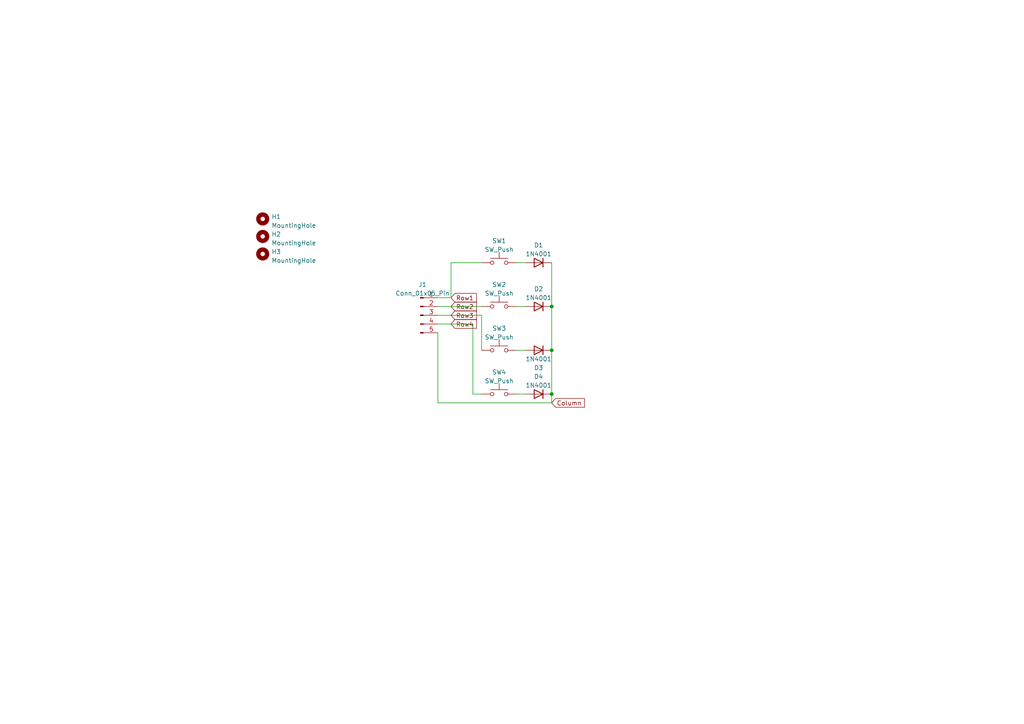
<source format=kicad_sch>
(kicad_sch (version 20230121) (generator eeschema)
  (paper "A4")
  (lib_symbols
    (symbol "Connector:Conn_01x05_Pin" (pin_names (offset 1.016) hide)
      (property "Reference" "J" (at 0 7.62 0))
      (property "Value" "Conn_01x05_Pin" (at 0 -7.62 0))
      (symbol "Conn_01x05_Pin_1_1"
        (polyline (pts (xy 1.27 -5.08) (xy 0.8636 -5.08)) (stroke (width 0.1524)))
        (polyline (pts (xy 1.27 -2.54) (xy 0.8636 -2.54)) (stroke (width 0.1524)))
        (polyline (pts (xy 1.27 0) (xy 0.8636 0)) (stroke (width 0.1524)))
        (polyline (pts (xy 1.27 2.54) (xy 0.8636 2.54)) (stroke (width 0.1524)))
        (polyline (pts (xy 1.27 5.08) (xy 0.8636 5.08)) (stroke (width 0.1524)))
        (rectangle (start 0.8636 -4.953) (end 0 -5.207) (stroke (width 0.1524)) (fill (type outline)))
        (rectangle (start 0.8636 -2.413) (end 0 -2.667) (stroke (width 0.1524)) (fill (type outline)))
        (rectangle (start 0.8636 0.127) (end 0 -0.127) (stroke (width 0.1524)) (fill (type outline)))
        (rectangle (start 0.8636 2.667) (end 0 2.413) (stroke (width 0.1524)) (fill (type outline)))
        (rectangle (start 0.8636 5.207) (end 0 4.953) (stroke (width 0.1524)) (fill (type outline)))
        (pin passive line (at 5.08 5.08 180) (length 3.81) (name "Pin_1") (number "1"))
        (pin passive line (at 5.08 2.54 180) (length 3.81) (name "Pin_2") (number "2"))
        (pin passive line (at 5.08 0 180) (length 3.81) (name "Pin_3") (number "3"))
        (pin passive line (at 5.08 -2.54 180) (length 3.81) (name "Pin_4") (number "4"))
        (pin passive line (at 5.08 -5.08 180) (length 3.81) (name "Pin_5") (number "5"))
      )
    )
    (symbol "Diode:1N4001" (pin_numbers hide) (pin_names hide)
      (property "Reference" "D" (at 0 2.54 0))
      (property "Value" "1N4001" (at 0 -2.54 0))
      (symbol "1N4001_0_1"
        (polyline (pts (xy -1.27 1.27) (xy -1.27 -1.27)) (stroke (width 0.254)))
        (polyline (pts (xy 1.27 0) (xy -1.27 0)))
        (polyline (pts (xy 1.27 1.27) (xy 1.27 -1.27) (xy -1.27 0) (xy 1.27 1.27)) (stroke (width 0.254)))
      )
      (symbol "1N4001_1_1"
        (pin passive line (at -3.81 0 0) (length 2.54) (name "K") (number "1"))
        (pin passive line (at 3.81 0 180) (length 2.54) (name "A") (number "2"))
      )
    )
    (symbol "Mechanical:MountingHole" (pin_names (offset 1.016))
      (property "Reference" "H" (at 0 5.08 0))
      (property "Value" "MountingHole" (at 0 3.175 0))
      (symbol "MountingHole_0_1"
        (circle (center 0 0) (radius 1.27) (stroke (width 1.27)))
      )
    )
    (symbol "Switch:SW_Push" (pin_numbers hide) (pin_names (offset 1.016) hide)
      (property "Reference" "SW" (at 1.27 2.54 0))
      (property "Value" "SW_Push" (at 0 -1.524 0))
      (symbol "SW_Push_0_1"
        (circle (center -2.032 0) (radius 0.508))
        (polyline (pts (xy 0 1.27) (xy 0 3.048)))
        (polyline (pts (xy 2.54 1.27) (xy -2.54 1.27)))
        (circle (center 2.032 0) (radius 0.508))
        (pin passive line (at -5.08 0 0) (length 2.54) (name "1") (number "1"))
        (pin passive line (at 5.08 0 180) (length 2.54) (name "2") (number "2"))
      )
    )
  )
  (junction (at 160.02 101.6))
  (junction (at 160.02 114.3))
  (junction (at 160.02 88.9))
  (wire (pts (xy 127 88.9) (xy 139.7 88.9)))
  (wire (pts (xy 127 116.84) (xy 160.02 116.84)))
  (wire (pts (xy 139.7 91.44) (xy 139.7 101.6)))
  (wire (pts (xy 149.86 88.9) (xy 152.4 88.9)))
  (wire (pts (xy 127 93.98) (xy 137.16 93.98)))
  (wire (pts (xy 127 96.52) (xy 127 116.84)))
  (wire (pts (xy 130.81 76.2) (xy 139.7 76.2)))
  (wire (pts (xy 160.02 116.84) (xy 160.02 114.3)))
  (wire (pts (xy 137.16 93.98) (xy 137.16 114.3)))
  (wire (pts (xy 137.16 114.3) (xy 139.7 114.3)))
  (wire (pts (xy 160.02 76.2) (xy 160.02 88.9)))
  (wire (pts (xy 160.02 88.9) (xy 160.02 101.6)))
  (wire (pts (xy 130.81 86.36) (xy 130.81 76.2)))
  (wire (pts (xy 127 91.44) (xy 139.7 91.44)))
  (wire (pts (xy 149.86 114.3) (xy 152.4 114.3)))
  (wire (pts (xy 149.86 101.6) (xy 152.4 101.6)))
  (wire (pts (xy 160.02 101.6) (xy 160.02 114.3)))
  (wire (pts (xy 149.86 76.2) (xy 152.4 76.2)))
  (wire (pts (xy 127 86.36) (xy 130.81 86.36)))
  (global_label "Row2" (shape input) (at 130.81 88.9 0) (property "Intersheetrefs" "${INTERSHEET_REFS}" (effects hide)))
  (global_label "Row1" (shape input) (at 130.81 86.36 0) (property "Intersheetrefs" "${INTERSHEET_REFS}" (effects hide)))
  (global_label "Row4" (shape input) (at 130.81 93.98 0) (property "Intersheetrefs" "${INTERSHEET_REFS}" (effects hide)))
  (global_label "Column" (shape input) (at 160.02 116.84 0) (property "Intersheetrefs" "${INTERSHEET_REFS}" (effects hide)))
  (global_label "Row3" (shape input) (at 130.81 91.44 0) (property "Intersheetrefs" "${INTERSHEET_REFS}" (effects hide)))
  (symbol (lib_id "Diode:1N4001") (at 156.21 101.6 180) (unit 1)
    (property "Reference" "D3" (at 156.21 106.68 0))
    (property "Value" "1N4001" (at 156.21 104.14 0))
    (property "Footprint" "Diode_SMD:D_0805_2012Metric_Pad1.15x1.40mm_HandSolder" (effects hide))
    (property "Datasheet" "http://www.vishay.com/docs/88503/1n4001.pdf" (effects hide))
    (property "Sim.Device" "D" (effects hide))
    (property "Sim.Pins" "1=K 2=A" (effects hide))
  )
  (symbol (lib_id "Mechanical:MountingHole") (at 76.2 73.66 0) (unit 1)
    (property "Reference" "H3" (at 78.74 73.025 0) (effects (justify left)))
    (property "Value" "MountingHole" (at 78.74 75.565 0) (effects (justify left)))
    (property "Footprint" "MountingHole:MountingHole_2.2mm_M2_Pad" (effects hide))
  )
  (symbol (lib_id "Switch:SW_Push") (at 144.78 101.6 0) (unit 1)
    (property "Reference" "SW3" (at 144.78 95.25 0))
    (property "Value" "SW_Push" (at 144.78 97.79 0))
    (property "Footprint" "keyswitches:SW_PG1350" (effects hide))
  )
  (symbol (lib_id "Switch:SW_Push") (at 144.78 114.3 0) (unit 1)
    (property "Reference" "SW4" (at 144.78 107.95 0))
    (property "Value" "SW_Push" (at 144.78 110.49 0))
    (property "Footprint" "keyswitches:SW_PG1350" (effects hide))
  )
  (symbol (lib_id "Diode:1N4001") (at 156.21 114.3 180) (unit 1)
    (property "Reference" "D4" (at 156.21 109.22 0))
    (property "Value" "1N4001" (at 156.21 111.76 0))
    (property "Footprint" "Diode_SMD:D_0805_2012Metric_Pad1.15x1.40mm_HandSolder" (effects hide))
    (property "Datasheet" "http://www.vishay.com/docs/88503/1n4001.pdf" (effects hide))
    (property "Sim.Device" "D" (effects hide))
    (property "Sim.Pins" "1=K 2=A" (effects hide))
  )
  (symbol (lib_id "Diode:1N4001") (at 156.21 88.9 180) (unit 1)
    (property "Reference" "D2" (at 156.21 83.82 0))
    (property "Value" "1N4001" (at 156.21 86.36 0))
    (property "Footprint" "Diode_SMD:D_0805_2012Metric_Pad1.15x1.40mm_HandSolder" (effects hide))
    (property "Datasheet" "http://www.vishay.com/docs/88503/1n4001.pdf" (effects hide))
    (property "Sim.Device" "D" (effects hide))
    (property "Sim.Pins" "1=K 2=A" (effects hide))
  )
  (symbol (lib_id "Diode:1N4001") (at 156.21 76.2 180) (unit 1)
    (property "Reference" "D1" (at 156.21 71.12 0))
    (property "Value" "1N4001" (at 156.21 73.66 0))
    (property "Footprint" "Diode_SMD:D_0805_2012Metric_Pad1.15x1.40mm_HandSolder" (effects hide))
    (property "Datasheet" "http://www.vishay.com/docs/88503/1n4001.pdf" (effects hide))
    (property "Sim.Device" "D" (effects hide))
    (property "Sim.Pins" "1=K 2=A" (effects hide))
  )
  (symbol (lib_id "Switch:SW_Push") (at 144.78 88.9 0) (unit 1)
    (property "Reference" "SW2" (at 144.78 82.55 0))
    (property "Value" "SW_Push" (at 144.78 85.09 0))
    (property "Footprint" "keyswitches:SW_PG1350" (effects hide))
  )
  (symbol (lib_id "Mechanical:MountingHole") (at 76.2 68.58 0) (unit 1)
    (property "Reference" "H2" (at 78.74 67.945 0) (effects (justify left)))
    (property "Value" "MountingHole" (at 78.74 70.485 0) (effects (justify left)))
    (property "Footprint" "MountingHole:MountingHole_2.2mm_M2_Pad" (effects hide))
  )
  (symbol (lib_id "Mechanical:MountingHole") (at 76.2 63.5 0) (unit 1)
    (property "Reference" "H1" (at 78.74 62.865 0) (effects (justify left)))
    (property "Value" "MountingHole" (at 78.74 65.405 0) (effects (justify left)))
    (property "Footprint" "MountingHole:MountingHole_2.2mm_M2_Pad" (effects hide))
  )
  (symbol (lib_id "Connector:Conn_01x05_Pin") (at 121.92 91.44 0) (unit 1)
    (property "Reference" "J1" (at 122.555 82.55 0))
    (property "Value" "Conn_01x05_Pin" (at 122.555 85.09 0))
    (property "Footprint" "Connector_FFC-FPC:TE_84952-5_1x05-1MP_P1.0mm_Horizontal" (effects hide))
  )
  (symbol (lib_id "Switch:SW_Push") (at 144.78 76.2 0) (unit 1)
    (property "Reference" "SW1" (at 144.78 69.85 0))
    (property "Value" "SW_Push" (at 144.78 72.39 0))
    (property "Footprint" "keyswitches:SW_PG1350" (effects hide))
  )
)
</source>
